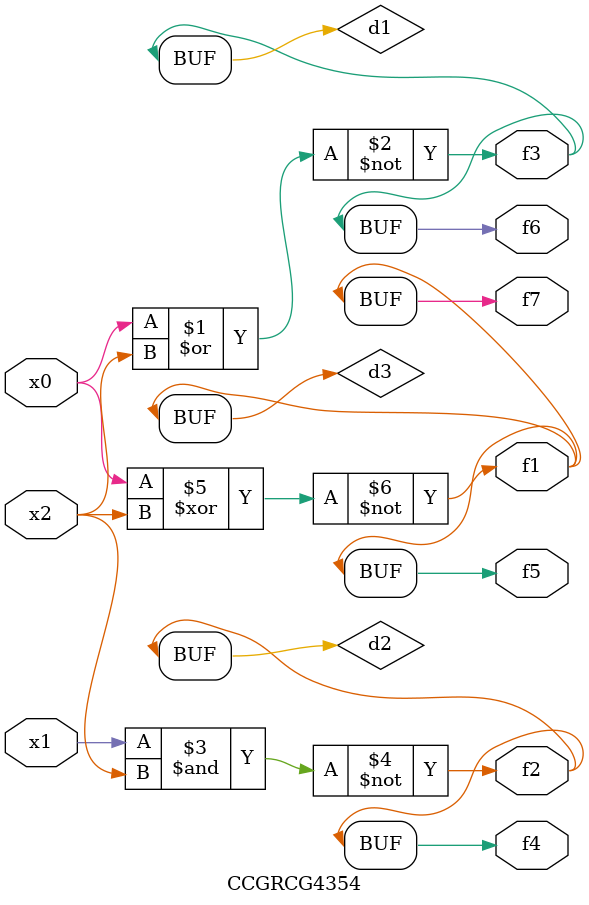
<source format=v>
module CCGRCG4354(
	input x0, x1, x2,
	output f1, f2, f3, f4, f5, f6, f7
);

	wire d1, d2, d3;

	nor (d1, x0, x2);
	nand (d2, x1, x2);
	xnor (d3, x0, x2);
	assign f1 = d3;
	assign f2 = d2;
	assign f3 = d1;
	assign f4 = d2;
	assign f5 = d3;
	assign f6 = d1;
	assign f7 = d3;
endmodule

</source>
